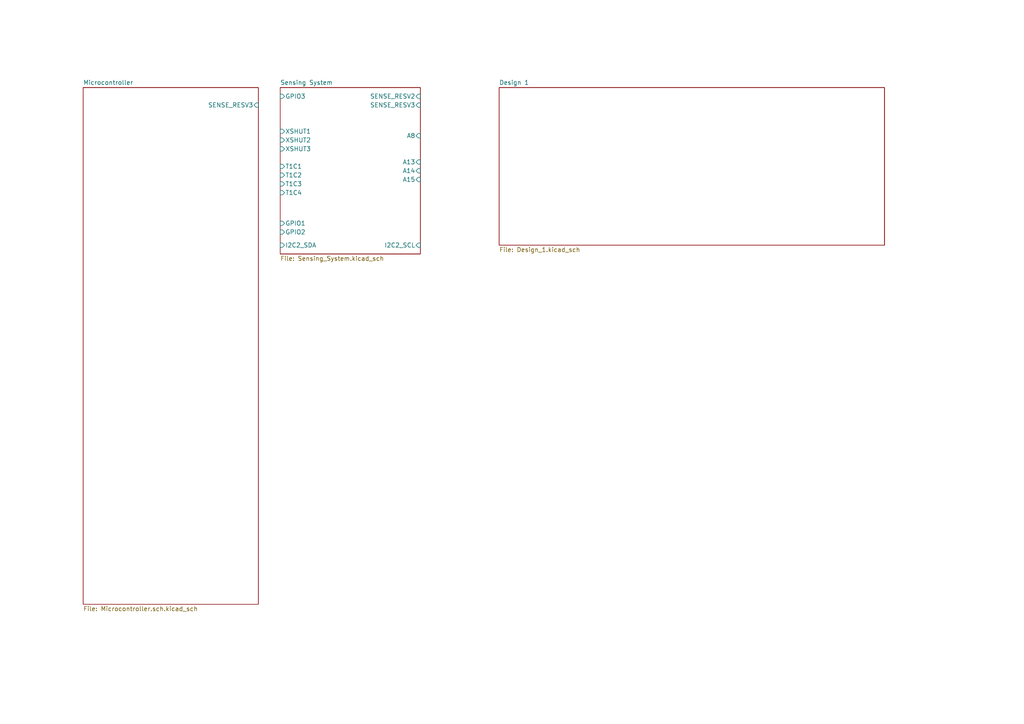
<source format=kicad_sch>
(kicad_sch
	(version 20250114)
	(generator "eeschema")
	(generator_version "9.0")
	(uuid "c79eaff6-1f87-4a86-8c05-59d68a29ace1")
	(paper "A4")
	(lib_symbols)
	(sheet
		(at 24.13 25.4)
		(size 50.8 149.86)
		(exclude_from_sim no)
		(in_bom yes)
		(on_board yes)
		(dnp no)
		(fields_autoplaced yes)
		(stroke
			(width 0.1524)
			(type solid)
		)
		(fill
			(color 0 0 0 0.0000)
		)
		(uuid "a3b6cf1c-f331-415c-960a-91e135fe0ac8")
		(property "Sheetname" "Microcontroller"
			(at 24.13 24.6884 0)
			(effects
				(font
					(size 1.27 1.27)
				)
				(justify left bottom)
			)
		)
		(property "Sheetfile" "Microcontroller.sch.kicad_sch"
			(at 24.13 175.8446 0)
			(effects
				(font
					(size 1.27 1.27)
				)
				(justify left top)
			)
		)
		(pin "SENSE_RESV3" input
			(at 74.93 30.48 0)
			(uuid "d4aca9d3-c84a-41ef-b72d-d86b7f5c88f4")
			(effects
				(font
					(size 1.27 1.27)
				)
				(justify right)
			)
		)
		(instances
			(project "Micro-Mouse PCB Board"
				(path "/c79eaff6-1f87-4a86-8c05-59d68a29ace1"
					(page "2")
				)
			)
		)
	)
	(sheet
		(at 144.78 25.4)
		(size 111.76 45.72)
		(exclude_from_sim no)
		(in_bom yes)
		(on_board yes)
		(dnp no)
		(fields_autoplaced yes)
		(stroke
			(width 0.1524)
			(type solid)
		)
		(fill
			(color 0 0 0 0.0000)
		)
		(uuid "ad7d91a5-b43e-4220-926d-1cae98152096")
		(property "Sheetname" "Design 1"
			(at 144.78 24.6884 0)
			(effects
				(font
					(size 1.27 1.27)
				)
				(justify left bottom)
			)
		)
		(property "Sheetfile" "Design_1.kicad_sch"
			(at 144.78 71.7046 0)
			(effects
				(font
					(size 1.27 1.27)
				)
				(justify left top)
			)
		)
		(property "Field2" ""
			(at 144.78 25.4 0)
			(effects
				(font
					(size 1.27 1.27)
				)
				(hide yes)
			)
		)
		(instances
			(project "Micro-Mouse PCB Board"
				(path "/c79eaff6-1f87-4a86-8c05-59d68a29ace1"
					(page "4")
				)
			)
		)
	)
	(sheet
		(at 81.28 25.4)
		(size 40.64 48.26)
		(exclude_from_sim no)
		(in_bom yes)
		(on_board yes)
		(dnp no)
		(fields_autoplaced yes)
		(stroke
			(width 0.1524)
			(type solid)
		)
		(fill
			(color 0 0 0 0.0000)
		)
		(uuid "b123f8f4-456d-4068-b4f2-17724dadefe7")
		(property "Sheetname" "Sensing System"
			(at 81.28 24.6884 0)
			(effects
				(font
					(size 1.27 1.27)
				)
				(justify left bottom)
			)
		)
		(property "Sheetfile" "Sensing_System.kicad_sch"
			(at 81.28 74.2446 0)
			(effects
				(font
					(size 1.27 1.27)
				)
				(justify left top)
			)
		)
		(property "Field2" ""
			(at 81.28 25.4 0)
			(effects
				(font
					(size 1.27 1.27)
				)
				(hide yes)
			)
		)
		(pin "A13" input
			(at 121.92 46.99 0)
			(uuid "eedfecd0-37fb-4507-9d02-6dc87d65fa7b")
			(effects
				(font
					(size 1.27 1.27)
				)
				(justify right)
			)
		)
		(pin "A14" input
			(at 121.92 49.53 0)
			(uuid "613c5852-f609-4b37-89e9-1afb3fd60456")
			(effects
				(font
					(size 1.27 1.27)
				)
				(justify right)
			)
		)
		(pin "A15" input
			(at 121.92 52.07 0)
			(uuid "2eaacdc3-b2eb-4bb4-b19f-96415003332a")
			(effects
				(font
					(size 1.27 1.27)
				)
				(justify right)
			)
		)
		(pin "A8" input
			(at 121.92 39.37 0)
			(uuid "118d7cd1-68e2-414c-ab70-2872017454be")
			(effects
				(font
					(size 1.27 1.27)
				)
				(justify right)
			)
		)
		(pin "GPIO1" input
			(at 81.28 64.77 180)
			(uuid "de21b005-e6ed-46bb-b92e-5829f735dee7")
			(effects
				(font
					(size 1.27 1.27)
				)
				(justify left)
			)
		)
		(pin "GPIO2" input
			(at 81.28 67.31 180)
			(uuid "5d8bdfd3-9edd-4de0-ac8b-3cf043b994e7")
			(effects
				(font
					(size 1.27 1.27)
				)
				(justify left)
			)
		)
		(pin "GPIO3" input
			(at 81.28 27.94 180)
			(uuid "85bb0e59-0338-41ad-bcd6-25a01447832f")
			(effects
				(font
					(size 1.27 1.27)
				)
				(justify left)
			)
		)
		(pin "I2C2_SCL" input
			(at 121.92 71.12 0)
			(uuid "acecbed5-cca0-4ea9-b0c2-c7f4a731a612")
			(effects
				(font
					(size 1.27 1.27)
				)
				(justify right)
			)
		)
		(pin "I2C2_SDA" input
			(at 81.28 71.12 180)
			(uuid "43930aed-eecd-4f80-ba1d-36ea6cd8797c")
			(effects
				(font
					(size 1.27 1.27)
				)
				(justify left)
			)
		)
		(pin "SENSE_RESV2" input
			(at 121.92 27.94 0)
			(uuid "a1729aa2-8a52-44ab-9ddf-79fdde584041")
			(effects
				(font
					(size 1.27 1.27)
				)
				(justify right)
			)
		)
		(pin "SENSE_RESV3" input
			(at 121.92 30.48 0)
			(uuid "6a403985-98d8-46c2-9479-0c88d023eafa")
			(effects
				(font
					(size 1.27 1.27)
				)
				(justify right)
			)
		)
		(pin "T1C1" input
			(at 81.28 48.26 180)
			(uuid "bad0cb9e-f76d-4386-9895-ca4c19e6da26")
			(effects
				(font
					(size 1.27 1.27)
				)
				(justify left)
			)
		)
		(pin "T1C2" input
			(at 81.28 50.8 180)
			(uuid "da565d20-97a6-4054-8f32-054bd44754d5")
			(effects
				(font
					(size 1.27 1.27)
				)
				(justify left)
			)
		)
		(pin "T1C3" input
			(at 81.28 53.34 180)
			(uuid "50279e98-1533-4ecc-badb-3586003683f0")
			(effects
				(font
					(size 1.27 1.27)
				)
				(justify left)
			)
		)
		(pin "T1C4" input
			(at 81.28 55.88 180)
			(uuid "48ae637b-63f4-40fb-a6d9-391683b73167")
			(effects
				(font
					(size 1.27 1.27)
				)
				(justify left)
			)
		)
		(pin "XSHUT1" input
			(at 81.28 38.1 180)
			(uuid "c8850881-aa91-4b4b-8815-94cfd5472ab5")
			(effects
				(font
					(size 1.27 1.27)
				)
				(justify left)
			)
		)
		(pin "XSHUT2" input
			(at 81.28 40.64 180)
			(uuid "7242a992-c068-4fdf-9b18-1ba9b8d5b003")
			(effects
				(font
					(size 1.27 1.27)
				)
				(justify left)
			)
		)
		(pin "XSHUT3" input
			(at 81.28 43.18 180)
			(uuid "1e9ef444-3575-4b54-8f62-c0fdf3a439ab")
			(effects
				(font
					(size 1.27 1.27)
				)
				(justify left)
			)
		)
		(instances
			(project "Micro-Mouse PCB Board"
				(path "/c79eaff6-1f87-4a86-8c05-59d68a29ace1"
					(page "3")
				)
			)
		)
	)
	(sheet_instances
		(path "/"
			(page "1")
		)
	)
	(embedded_fonts no)
)

</source>
